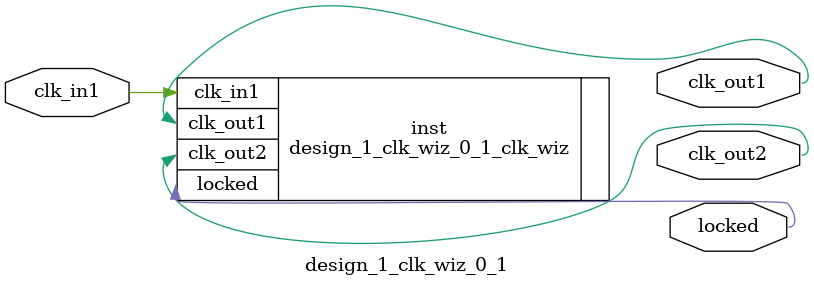
<source format=v>


`timescale 1ps/1ps

(* CORE_GENERATION_INFO = "design_1_clk_wiz_0_1,clk_wiz_v6_0_9_0_0,{component_name=design_1_clk_wiz_0_1,use_phase_alignment=true,use_min_o_jitter=false,use_max_i_jitter=false,use_dyn_phase_shift=false,use_inclk_switchover=false,use_dyn_reconfig=false,enable_axi=0,feedback_source=FDBK_AUTO,PRIMITIVE=MMCM,num_out_clk=2,clkin1_period=10.000,clkin2_period=10.000,use_power_down=false,use_reset=false,use_locked=true,use_inclk_stopped=false,feedback_type=SINGLE,CLOCK_MGR_TYPE=NA,manual_override=false}" *)

module design_1_clk_wiz_0_1 
 (
  // Clock out ports
  output        clk_out1,
  output        clk_out2,
  // Status and control signals
  output        locked,
 // Clock in ports
  input         clk_in1
 );

  design_1_clk_wiz_0_1_clk_wiz inst
  (
  // Clock out ports  
  .clk_out1(clk_out1),
  .clk_out2(clk_out2),
  // Status and control signals               
  .locked(locked),
 // Clock in ports
  .clk_in1(clk_in1)
  );

endmodule

</source>
